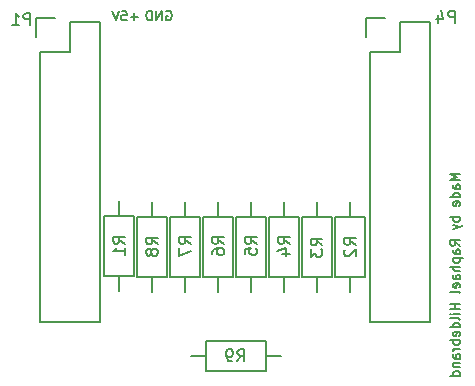
<source format=gbo>
G04 #@! TF.FileFunction,Legend,Bot*
%FSLAX46Y46*%
G04 Gerber Fmt 4.6, Leading zero omitted, Abs format (unit mm)*
G04 Created by KiCad (PCBNEW (2015-08-23 BZR 6117)-product) date Fr 28 Aug 2015 21:18:53 CEST*
%MOMM*%
G01*
G04 APERTURE LIST*
%ADD10C,0.150000*%
%ADD11C,0.200000*%
%ADD12C,2.398980*%
%ADD13R,2.127200X2.127200*%
%ADD14O,2.127200X2.127200*%
%ADD15C,1.906220*%
%ADD16C,1.901140*%
%ADD17R,2.400000X2.400000*%
%ADD18C,2.400000*%
%ADD19O,1.299160X1.901140*%
%ADD20R,2.432000X2.432000*%
%ADD21O,2.432000X2.432000*%
G04 APERTURE END LIST*
D10*
D11*
X39061905Y25833336D02*
X38261905Y25833336D01*
X38833333Y25566669D01*
X38261905Y25300002D01*
X39061905Y25300002D01*
X39061905Y24576193D02*
X38642857Y24576193D01*
X38566667Y24614288D01*
X38528571Y24690478D01*
X38528571Y24842859D01*
X38566667Y24919050D01*
X39023810Y24576193D02*
X39061905Y24652383D01*
X39061905Y24842859D01*
X39023810Y24919050D01*
X38947619Y24957145D01*
X38871429Y24957145D01*
X38795238Y24919050D01*
X38757143Y24842859D01*
X38757143Y24652383D01*
X38719048Y24576193D01*
X39061905Y23852383D02*
X38261905Y23852383D01*
X39023810Y23852383D02*
X39061905Y23928573D01*
X39061905Y24080954D01*
X39023810Y24157145D01*
X38985714Y24195240D01*
X38909524Y24233335D01*
X38680952Y24233335D01*
X38604762Y24195240D01*
X38566667Y24157145D01*
X38528571Y24080954D01*
X38528571Y23928573D01*
X38566667Y23852383D01*
X39023810Y23166668D02*
X39061905Y23242858D01*
X39061905Y23395239D01*
X39023810Y23471430D01*
X38947619Y23509525D01*
X38642857Y23509525D01*
X38566667Y23471430D01*
X38528571Y23395239D01*
X38528571Y23242858D01*
X38566667Y23166668D01*
X38642857Y23128573D01*
X38719048Y23128573D01*
X38795238Y23509525D01*
X39061905Y22176192D02*
X38261905Y22176192D01*
X38566667Y22176192D02*
X38528571Y22100001D01*
X38528571Y21947620D01*
X38566667Y21871430D01*
X38604762Y21833335D01*
X38680952Y21795239D01*
X38909524Y21795239D01*
X38985714Y21833335D01*
X39023810Y21871430D01*
X39061905Y21947620D01*
X39061905Y22100001D01*
X39023810Y22176192D01*
X38528571Y21528572D02*
X39061905Y21338096D01*
X38528571Y21147620D02*
X39061905Y21338096D01*
X39252381Y21414287D01*
X39290476Y21452382D01*
X39328571Y21528572D01*
X39061905Y19776191D02*
X38680952Y20042858D01*
X39061905Y20233334D02*
X38261905Y20233334D01*
X38261905Y19928572D01*
X38300000Y19852381D01*
X38338095Y19814286D01*
X38414286Y19776191D01*
X38528571Y19776191D01*
X38604762Y19814286D01*
X38642857Y19852381D01*
X38680952Y19928572D01*
X38680952Y20233334D01*
X39061905Y19090477D02*
X38642857Y19090477D01*
X38566667Y19128572D01*
X38528571Y19204762D01*
X38528571Y19357143D01*
X38566667Y19433334D01*
X39023810Y19090477D02*
X39061905Y19166667D01*
X39061905Y19357143D01*
X39023810Y19433334D01*
X38947619Y19471429D01*
X38871429Y19471429D01*
X38795238Y19433334D01*
X38757143Y19357143D01*
X38757143Y19166667D01*
X38719048Y19090477D01*
X38528571Y18709524D02*
X39328571Y18709524D01*
X38566667Y18709524D02*
X38528571Y18633333D01*
X38528571Y18480952D01*
X38566667Y18404762D01*
X38604762Y18366667D01*
X38680952Y18328571D01*
X38909524Y18328571D01*
X38985714Y18366667D01*
X39023810Y18404762D01*
X39061905Y18480952D01*
X39061905Y18633333D01*
X39023810Y18709524D01*
X39061905Y17985714D02*
X38261905Y17985714D01*
X39061905Y17642857D02*
X38642857Y17642857D01*
X38566667Y17680952D01*
X38528571Y17757142D01*
X38528571Y17871428D01*
X38566667Y17947619D01*
X38604762Y17985714D01*
X39061905Y16919047D02*
X38642857Y16919047D01*
X38566667Y16957142D01*
X38528571Y17033332D01*
X38528571Y17185713D01*
X38566667Y17261904D01*
X39023810Y16919047D02*
X39061905Y16995237D01*
X39061905Y17185713D01*
X39023810Y17261904D01*
X38947619Y17299999D01*
X38871429Y17299999D01*
X38795238Y17261904D01*
X38757143Y17185713D01*
X38757143Y16995237D01*
X38719048Y16919047D01*
X39023810Y16233332D02*
X39061905Y16309522D01*
X39061905Y16461903D01*
X39023810Y16538094D01*
X38947619Y16576189D01*
X38642857Y16576189D01*
X38566667Y16538094D01*
X38528571Y16461903D01*
X38528571Y16309522D01*
X38566667Y16233332D01*
X38642857Y16195237D01*
X38719048Y16195237D01*
X38795238Y16576189D01*
X39061905Y15738094D02*
X39023810Y15814285D01*
X38947619Y15852380D01*
X38261905Y15852380D01*
X39061905Y14823808D02*
X38261905Y14823808D01*
X38642857Y14823808D02*
X38642857Y14366665D01*
X39061905Y14366665D02*
X38261905Y14366665D01*
X39061905Y13985713D02*
X38528571Y13985713D01*
X38261905Y13985713D02*
X38300000Y14023808D01*
X38338095Y13985713D01*
X38300000Y13947618D01*
X38261905Y13985713D01*
X38338095Y13985713D01*
X39061905Y13490475D02*
X39023810Y13566666D01*
X38947619Y13604761D01*
X38261905Y13604761D01*
X39061905Y12842856D02*
X38261905Y12842856D01*
X39023810Y12842856D02*
X39061905Y12919046D01*
X39061905Y13071427D01*
X39023810Y13147618D01*
X38985714Y13185713D01*
X38909524Y13223808D01*
X38680952Y13223808D01*
X38604762Y13185713D01*
X38566667Y13147618D01*
X38528571Y13071427D01*
X38528571Y12919046D01*
X38566667Y12842856D01*
X39023810Y12157141D02*
X39061905Y12233331D01*
X39061905Y12385712D01*
X39023810Y12461903D01*
X38947619Y12499998D01*
X38642857Y12499998D01*
X38566667Y12461903D01*
X38528571Y12385712D01*
X38528571Y12233331D01*
X38566667Y12157141D01*
X38642857Y12119046D01*
X38719048Y12119046D01*
X38795238Y12499998D01*
X39061905Y11776189D02*
X38261905Y11776189D01*
X38566667Y11776189D02*
X38528571Y11699998D01*
X38528571Y11547617D01*
X38566667Y11471427D01*
X38604762Y11433332D01*
X38680952Y11395236D01*
X38909524Y11395236D01*
X38985714Y11433332D01*
X39023810Y11471427D01*
X39061905Y11547617D01*
X39061905Y11699998D01*
X39023810Y11776189D01*
X39061905Y11052379D02*
X38528571Y11052379D01*
X38680952Y11052379D02*
X38604762Y11014284D01*
X38566667Y10976188D01*
X38528571Y10899998D01*
X38528571Y10823807D01*
X39061905Y10214284D02*
X38642857Y10214284D01*
X38566667Y10252379D01*
X38528571Y10328569D01*
X38528571Y10480950D01*
X38566667Y10557141D01*
X39023810Y10214284D02*
X39061905Y10290474D01*
X39061905Y10480950D01*
X39023810Y10557141D01*
X38947619Y10595236D01*
X38871429Y10595236D01*
X38795238Y10557141D01*
X38757143Y10480950D01*
X38757143Y10290474D01*
X38719048Y10214284D01*
X38528571Y9833331D02*
X39061905Y9833331D01*
X38604762Y9833331D02*
X38566667Y9795236D01*
X38528571Y9719045D01*
X38528571Y9604759D01*
X38566667Y9528569D01*
X38642857Y9490474D01*
X39061905Y9490474D01*
X39061905Y8766664D02*
X38261905Y8766664D01*
X39023810Y8766664D02*
X39061905Y8842854D01*
X39061905Y8995235D01*
X39023810Y9071426D01*
X38985714Y9109521D01*
X38909524Y9147616D01*
X38680952Y9147616D01*
X38604762Y9109521D01*
X38566667Y9071426D01*
X38528571Y8995235D01*
X38528571Y8842854D01*
X38566667Y8766664D01*
X14209523Y39600000D02*
X14285714Y39638095D01*
X14399999Y39638095D01*
X14514285Y39600000D01*
X14590476Y39523810D01*
X14628571Y39447619D01*
X14666666Y39295238D01*
X14666666Y39180952D01*
X14628571Y39028571D01*
X14590476Y38952381D01*
X14514285Y38876190D01*
X14399999Y38838095D01*
X14323809Y38838095D01*
X14209523Y38876190D01*
X14171428Y38914286D01*
X14171428Y39180952D01*
X14323809Y39180952D01*
X13828571Y38838095D02*
X13828571Y39638095D01*
X13371428Y38838095D01*
X13371428Y39638095D01*
X12990476Y38838095D02*
X12990476Y39638095D01*
X12800000Y39638095D01*
X12685714Y39600000D01*
X12609523Y39523810D01*
X12571428Y39447619D01*
X12533333Y39295238D01*
X12533333Y39180952D01*
X12571428Y39028571D01*
X12609523Y38952381D01*
X12685714Y38876190D01*
X12800000Y38838095D01*
X12990476Y38838095D01*
X11828571Y39142857D02*
X11219047Y39142857D01*
X11523809Y38838095D02*
X11523809Y39447619D01*
X10457142Y39638095D02*
X10838095Y39638095D01*
X10876190Y39257143D01*
X10838095Y39295238D01*
X10761904Y39333333D01*
X10571428Y39333333D01*
X10495238Y39295238D01*
X10457142Y39257143D01*
X10419047Y39180952D01*
X10419047Y38990476D01*
X10457142Y38914286D01*
X10495238Y38876190D01*
X10571428Y38838095D01*
X10761904Y38838095D01*
X10838095Y38876190D01*
X10876190Y38914286D01*
X10190476Y39638095D02*
X9923809Y38838095D01*
X9657142Y39638095D01*
D10*
X19876000Y17140000D02*
X19876000Y22220000D01*
X19876000Y22220000D02*
X17336000Y22220000D01*
X17336000Y22220000D02*
X17336000Y17140000D01*
X17336000Y17140000D02*
X19876000Y17140000D01*
X18606000Y17140000D02*
X18606000Y15870000D01*
X18606000Y22220000D02*
X18606000Y23490000D01*
X8562200Y13330000D02*
X8562200Y38730000D01*
X3482200Y36190000D02*
X3482200Y13330000D01*
X8562200Y13330000D02*
X3482200Y13330000D01*
X8562200Y38730000D02*
X6022200Y38730000D01*
X3202200Y37460000D02*
X3202200Y39010000D01*
X6022200Y38730000D02*
X6022200Y36190000D01*
X6022200Y36190000D02*
X3482200Y36190000D01*
X3202200Y39010000D02*
X4752200Y39010000D01*
X36502200Y13330000D02*
X36502200Y38730000D01*
X31422200Y36190000D02*
X31422200Y13330000D01*
X36502200Y13330000D02*
X31422200Y13330000D01*
X36502200Y38730000D02*
X33962200Y38730000D01*
X31142200Y37460000D02*
X31142200Y39010000D01*
X33962200Y38730000D02*
X33962200Y36190000D01*
X33962200Y36190000D02*
X31422200Y36190000D01*
X31142200Y39010000D02*
X32692200Y39010000D01*
X8954000Y22256000D02*
X8954000Y17176000D01*
X8954000Y17176000D02*
X11494000Y17176000D01*
X11494000Y17176000D02*
X11494000Y22256000D01*
X11494000Y22256000D02*
X8954000Y22256000D01*
X10224000Y22256000D02*
X10224000Y23526000D01*
X10224000Y17176000D02*
X10224000Y15906000D01*
X31052000Y17140000D02*
X31052000Y22220000D01*
X31052000Y22220000D02*
X28512000Y22220000D01*
X28512000Y22220000D02*
X28512000Y17140000D01*
X28512000Y17140000D02*
X31052000Y17140000D01*
X29782000Y17140000D02*
X29782000Y15870000D01*
X29782000Y22220000D02*
X29782000Y23490000D01*
X28258000Y17140000D02*
X28258000Y22220000D01*
X28258000Y22220000D02*
X25718000Y22220000D01*
X25718000Y22220000D02*
X25718000Y17140000D01*
X25718000Y17140000D02*
X28258000Y17140000D01*
X26988000Y17140000D02*
X26988000Y15870000D01*
X26988000Y22220000D02*
X26988000Y23490000D01*
X22924000Y22224400D02*
X22924000Y17144400D01*
X22924000Y17144400D02*
X25464000Y17144400D01*
X25464000Y17144400D02*
X25464000Y22224400D01*
X25464000Y22224400D02*
X22924000Y22224400D01*
X24194000Y22224400D02*
X24194000Y23494400D01*
X24194000Y17144400D02*
X24194000Y15874400D01*
X22670000Y17144400D02*
X22670000Y22224400D01*
X22670000Y22224400D02*
X20130000Y22224400D01*
X20130000Y22224400D02*
X20130000Y17144400D01*
X20130000Y17144400D02*
X22670000Y17144400D01*
X21400000Y17144400D02*
X21400000Y15874400D01*
X21400000Y22224400D02*
X21400000Y23494400D01*
X17082000Y17140000D02*
X17082000Y22220000D01*
X17082000Y22220000D02*
X14542000Y22220000D01*
X14542000Y22220000D02*
X14542000Y17140000D01*
X14542000Y17140000D02*
X17082000Y17140000D01*
X15812000Y17140000D02*
X15812000Y15870000D01*
X15812000Y22220000D02*
X15812000Y23490000D01*
X14288000Y17140000D02*
X14288000Y22220000D01*
X14288000Y22220000D02*
X11748000Y22220000D01*
X11748000Y22220000D02*
X11748000Y17140000D01*
X11748000Y17140000D02*
X14288000Y17140000D01*
X13018000Y17140000D02*
X13018000Y15870000D01*
X13018000Y22220000D02*
X13018000Y23490000D01*
X22618000Y11666000D02*
X17538000Y11666000D01*
X17538000Y11666000D02*
X17538000Y9126000D01*
X17538000Y9126000D02*
X22618000Y9126000D01*
X22618000Y9126000D02*
X22618000Y11666000D01*
X22618000Y10396000D02*
X23888000Y10396000D01*
X17538000Y10396000D02*
X16268000Y10396000D01*
X19111081Y19927266D02*
X18634890Y20260600D01*
X19111081Y20498695D02*
X18111081Y20498695D01*
X18111081Y20117742D01*
X18158700Y20022504D01*
X18206319Y19974885D01*
X18301557Y19927266D01*
X18444414Y19927266D01*
X18539652Y19974885D01*
X18587271Y20022504D01*
X18634890Y20117742D01*
X18634890Y20498695D01*
X18111081Y19070123D02*
X18111081Y19260600D01*
X18158700Y19355838D01*
X18206319Y19403457D01*
X18349176Y19498695D01*
X18539652Y19546314D01*
X18920605Y19546314D01*
X19015843Y19498695D01*
X19063462Y19451076D01*
X19111081Y19355838D01*
X19111081Y19165361D01*
X19063462Y19070123D01*
X19015843Y19022504D01*
X18920605Y18974885D01*
X18682510Y18974885D01*
X18587271Y19022504D01*
X18539652Y19070123D01*
X18492033Y19165361D01*
X18492033Y19355838D01*
X18539652Y19451076D01*
X18587271Y19498695D01*
X18682510Y19546314D01*
X2694395Y38447119D02*
X2694395Y39447119D01*
X2313442Y39447119D01*
X2218204Y39399500D01*
X2170585Y39351881D01*
X2122966Y39256643D01*
X2122966Y39113786D01*
X2170585Y39018548D01*
X2218204Y38970929D01*
X2313442Y38923310D01*
X2694395Y38923310D01*
X1170585Y38447119D02*
X1742014Y38447119D01*
X1456300Y38447119D02*
X1456300Y39447119D01*
X1551538Y39304262D01*
X1646776Y39209024D01*
X1742014Y39161405D01*
X38635395Y38663019D02*
X38635395Y39663019D01*
X38254442Y39663019D01*
X38159204Y39615400D01*
X38111585Y39567781D01*
X38063966Y39472543D01*
X38063966Y39329686D01*
X38111585Y39234448D01*
X38159204Y39186829D01*
X38254442Y39139210D01*
X38635395Y39139210D01*
X37206823Y39329686D02*
X37206823Y38663019D01*
X37444919Y39710638D02*
X37683014Y38996352D01*
X37063966Y38996352D01*
X10703681Y19950566D02*
X10227490Y20283900D01*
X10703681Y20521995D02*
X9703681Y20521995D01*
X9703681Y20141042D01*
X9751300Y20045804D01*
X9798919Y19998185D01*
X9894157Y19950566D01*
X10037014Y19950566D01*
X10132252Y19998185D01*
X10179871Y20045804D01*
X10227490Y20141042D01*
X10227490Y20521995D01*
X10703681Y18998185D02*
X10703681Y19569614D01*
X10703681Y19283900D02*
X9703681Y19283900D01*
X9846538Y19379138D01*
X9941776Y19474376D01*
X9989395Y19569614D01*
X30287081Y19825666D02*
X29810890Y20159000D01*
X30287081Y20397095D02*
X29287081Y20397095D01*
X29287081Y20016142D01*
X29334700Y19920904D01*
X29382319Y19873285D01*
X29477557Y19825666D01*
X29620414Y19825666D01*
X29715652Y19873285D01*
X29763271Y19920904D01*
X29810890Y20016142D01*
X29810890Y20397095D01*
X29382319Y19444714D02*
X29334700Y19397095D01*
X29287081Y19301857D01*
X29287081Y19063761D01*
X29334700Y18968523D01*
X29382319Y18920904D01*
X29477557Y18873285D01*
X29572795Y18873285D01*
X29715652Y18920904D01*
X30287081Y19492333D01*
X30287081Y18873285D01*
X27429581Y19800266D02*
X26953390Y20133600D01*
X27429581Y20371695D02*
X26429581Y20371695D01*
X26429581Y19990742D01*
X26477200Y19895504D01*
X26524819Y19847885D01*
X26620057Y19800266D01*
X26762914Y19800266D01*
X26858152Y19847885D01*
X26905771Y19895504D01*
X26953390Y19990742D01*
X26953390Y20371695D01*
X26429581Y19466933D02*
X26429581Y18847885D01*
X26810533Y19181219D01*
X26810533Y19038361D01*
X26858152Y18943123D01*
X26905771Y18895504D01*
X27001010Y18847885D01*
X27239105Y18847885D01*
X27334343Y18895504D01*
X27381962Y18943123D01*
X27429581Y19038361D01*
X27429581Y19324076D01*
X27381962Y19419314D01*
X27334343Y19466933D01*
X24673681Y19918966D02*
X24197490Y20252300D01*
X24673681Y20490395D02*
X23673681Y20490395D01*
X23673681Y20109442D01*
X23721300Y20014204D01*
X23768919Y19966585D01*
X23864157Y19918966D01*
X24007014Y19918966D01*
X24102252Y19966585D01*
X24149871Y20014204D01*
X24197490Y20109442D01*
X24197490Y20490395D01*
X24007014Y19061823D02*
X24673681Y19061823D01*
X23626062Y19299919D02*
X24340348Y19538014D01*
X24340348Y18918966D01*
X21879681Y19931666D02*
X21403490Y20265000D01*
X21879681Y20503095D02*
X20879681Y20503095D01*
X20879681Y20122142D01*
X20927300Y20026904D01*
X20974919Y19979285D01*
X21070157Y19931666D01*
X21213014Y19931666D01*
X21308252Y19979285D01*
X21355871Y20026904D01*
X21403490Y20122142D01*
X21403490Y20503095D01*
X20879681Y19026904D02*
X20879681Y19503095D01*
X21355871Y19550714D01*
X21308252Y19503095D01*
X21260633Y19407857D01*
X21260633Y19169761D01*
X21308252Y19074523D01*
X21355871Y19026904D01*
X21451110Y18979285D01*
X21689205Y18979285D01*
X21784443Y19026904D01*
X21832062Y19074523D01*
X21879681Y19169761D01*
X21879681Y19407857D01*
X21832062Y19503095D01*
X21784443Y19550714D01*
X16304381Y19927266D02*
X15828190Y20260600D01*
X16304381Y20498695D02*
X15304381Y20498695D01*
X15304381Y20117742D01*
X15352000Y20022504D01*
X15399619Y19974885D01*
X15494857Y19927266D01*
X15637714Y19927266D01*
X15732952Y19974885D01*
X15780571Y20022504D01*
X15828190Y20117742D01*
X15828190Y20498695D01*
X15304381Y19593933D02*
X15304381Y18927266D01*
X16304381Y19355838D01*
X13510381Y19889166D02*
X13034190Y20222500D01*
X13510381Y20460595D02*
X12510381Y20460595D01*
X12510381Y20079642D01*
X12558000Y19984404D01*
X12605619Y19936785D01*
X12700857Y19889166D01*
X12843714Y19889166D01*
X12938952Y19936785D01*
X12986571Y19984404D01*
X13034190Y20079642D01*
X13034190Y20460595D01*
X12938952Y19317738D02*
X12891333Y19412976D01*
X12843714Y19460595D01*
X12748476Y19508214D01*
X12700857Y19508214D01*
X12605619Y19460595D01*
X12558000Y19412976D01*
X12510381Y19317738D01*
X12510381Y19127261D01*
X12558000Y19032023D01*
X12605619Y18984404D01*
X12700857Y18936785D01*
X12748476Y18936785D01*
X12843714Y18984404D01*
X12891333Y19032023D01*
X12938952Y19127261D01*
X12938952Y19317738D01*
X12986571Y19412976D01*
X13034190Y19460595D01*
X13129429Y19508214D01*
X13319905Y19508214D01*
X13415143Y19460595D01*
X13462762Y19412976D01*
X13510381Y19317738D01*
X13510381Y19127261D01*
X13462762Y19032023D01*
X13415143Y18984404D01*
X13319905Y18936785D01*
X13129429Y18936785D01*
X13034190Y18984404D01*
X12986571Y19032023D01*
X12938952Y19127261D01*
X20243966Y9986019D02*
X20577300Y10462210D01*
X20815395Y9986019D02*
X20815395Y10986019D01*
X20434442Y10986019D01*
X20339204Y10938400D01*
X20291585Y10890781D01*
X20243966Y10795543D01*
X20243966Y10652686D01*
X20291585Y10557448D01*
X20339204Y10509829D01*
X20434442Y10462210D01*
X20815395Y10462210D01*
X19767776Y9986019D02*
X19577300Y9986019D01*
X19482061Y10033638D01*
X19434442Y10081257D01*
X19339204Y10224114D01*
X19291585Y10414590D01*
X19291585Y10795543D01*
X19339204Y10890781D01*
X19386823Y10938400D01*
X19482061Y10986019D01*
X19672538Y10986019D01*
X19767776Y10938400D01*
X19815395Y10890781D01*
X19863014Y10795543D01*
X19863014Y10557448D01*
X19815395Y10462210D01*
X19767776Y10414590D01*
X19672538Y10366971D01*
X19482061Y10366971D01*
X19386823Y10414590D01*
X19339204Y10462210D01*
X19291585Y10557448D01*
%LPC*%
D12*
X18606000Y14600000D03*
X18606000Y24760000D03*
D13*
X4752200Y37460000D03*
D14*
X7292200Y37460000D03*
X4752200Y34920000D03*
X7292200Y34920000D03*
X4752200Y32380000D03*
X7292200Y32380000D03*
X4752200Y29840000D03*
X7292200Y29840000D03*
X4752200Y27300000D03*
X7292200Y27300000D03*
X4752200Y24760000D03*
X7292200Y24760000D03*
X4752200Y22220000D03*
X7292200Y22220000D03*
X4752200Y19680000D03*
X7292200Y19680000D03*
X4752200Y17140000D03*
X7292200Y17140000D03*
X4752200Y14600000D03*
X7292200Y14600000D03*
D13*
X32692200Y37460000D03*
D14*
X35232200Y37460000D03*
X32692200Y34920000D03*
X35232200Y34920000D03*
X32692200Y32380000D03*
X35232200Y32380000D03*
X32692200Y29840000D03*
X35232200Y29840000D03*
X32692200Y27300000D03*
X35232200Y27300000D03*
X32692200Y24760000D03*
X35232200Y24760000D03*
X32692200Y22220000D03*
X35232200Y22220000D03*
X32692200Y19680000D03*
X35232200Y19680000D03*
X32692200Y17140000D03*
X35232200Y17140000D03*
X32692200Y14600000D03*
X35232200Y14600000D03*
D15*
X14912200Y29586000D03*
X14912200Y32126000D03*
X17452200Y29586000D03*
X17452200Y32126000D03*
X19992200Y29586000D03*
X19992200Y32126000D03*
X22532200Y29586000D03*
X22532200Y32126000D03*
X25072200Y29586000D03*
X25072200Y32126000D03*
D16*
X18656800Y38442300D03*
X16116800Y38442300D03*
D17*
X24318000Y4216000D03*
D18*
X21778000Y4216000D03*
D17*
X18278000Y4216000D03*
D18*
X15738000Y4216000D03*
D17*
X12278000Y4216000D03*
D18*
X9738000Y4216000D03*
D17*
X30278000Y4216000D03*
D18*
X27738000Y4216000D03*
D19*
X23127200Y37388200D03*
X24397200Y37388200D03*
X21857200Y37388200D03*
X28308800Y37515200D03*
X29578800Y37515200D03*
X27038800Y37515200D03*
D12*
X10224000Y24796000D03*
X10224000Y14636000D03*
X29782000Y14600000D03*
X29782000Y24760000D03*
X26988000Y14600000D03*
X26988000Y24760000D03*
X24194000Y24764400D03*
X24194000Y14604400D03*
X21400000Y14604400D03*
X21400000Y24764400D03*
X15812000Y14600000D03*
X15812000Y24760000D03*
X13018000Y14600000D03*
X13018000Y24760000D03*
X25158000Y10396000D03*
X14998000Y10396000D03*
D16*
X9200000Y9400000D03*
X6660000Y9400000D03*
D20*
X10808200Y37502500D03*
D21*
X13348200Y37502500D03*
M02*

</source>
